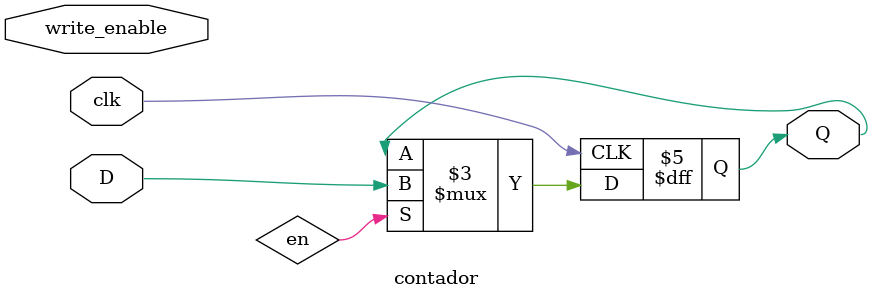
<source format=sv>
module contador(
	input logic clk,
	input logic D,
	input logic write_enable,
	output logic Q = 0);


	always_ff @( posedge clk ) 
		if(en)
			Q <= D;
		
endmodule
</source>
